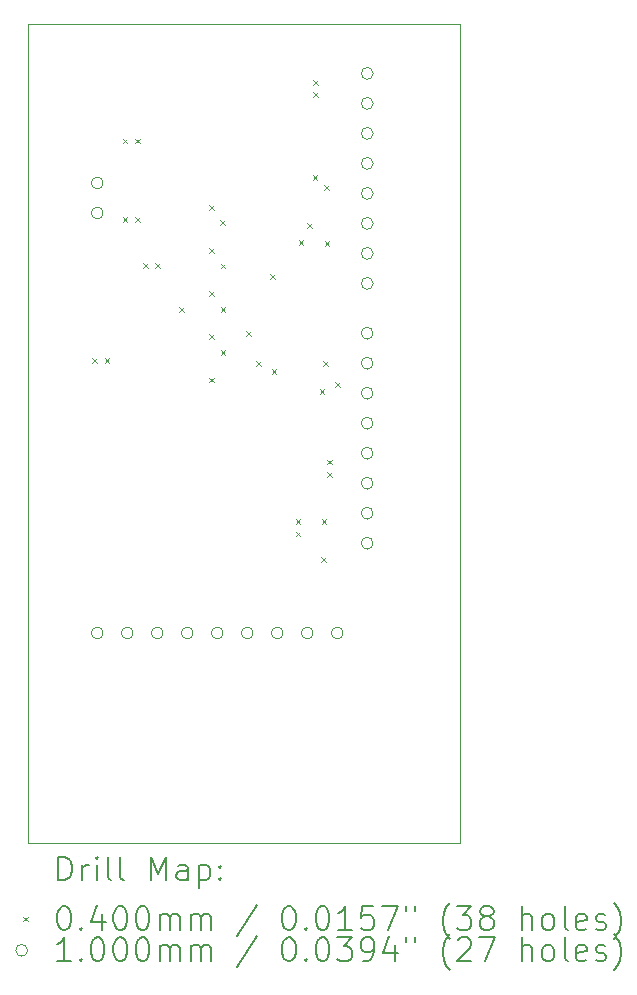
<source format=gbr>
%TF.GenerationSoftware,KiCad,Pcbnew,7.0.6-rc2-8-gf9e9ed53f9*%
%TF.CreationDate,2023-06-28T16:03:40-05:00*%
%TF.ProjectId,Tek P6860 Adapter v.2,54656b20-5036-4383-9630-204164617074,rev?*%
%TF.SameCoordinates,Original*%
%TF.FileFunction,Drillmap*%
%TF.FilePolarity,Positive*%
%FSLAX45Y45*%
G04 Gerber Fmt 4.5, Leading zero omitted, Abs format (unit mm)*
G04 Created by KiCad (PCBNEW 7.0.6-rc2-8-gf9e9ed53f9) date 2023-06-28 16:03:40*
%MOMM*%
%LPD*%
G01*
G04 APERTURE LIST*
%ADD10C,0.100000*%
%ADD11C,0.200000*%
%ADD12C,0.040000*%
G04 APERTURE END LIST*
D10*
X1524000Y-1524000D02*
X5181600Y-1524000D01*
X5181600Y-8458200D01*
X1524000Y-8458200D01*
X1524000Y-1524000D01*
D11*
D12*
X2066180Y-4353880D02*
X2106180Y-4393880D01*
X2106180Y-4353880D02*
X2066180Y-4393880D01*
X2171180Y-4353880D02*
X2211180Y-4393880D01*
X2211180Y-4353880D02*
X2171180Y-4393880D01*
X2322720Y-2494600D02*
X2362720Y-2534600D01*
X2362720Y-2494600D02*
X2322720Y-2534600D01*
X2322720Y-3157540D02*
X2362720Y-3197540D01*
X2362720Y-3157540D02*
X2322720Y-3197540D01*
X2427720Y-2494600D02*
X2467720Y-2534600D01*
X2467720Y-2494600D02*
X2427720Y-2534600D01*
X2427720Y-3157540D02*
X2467720Y-3197540D01*
X2467720Y-3157540D02*
X2427720Y-3197540D01*
X2495440Y-3548700D02*
X2535440Y-3588700D01*
X2535440Y-3548700D02*
X2495440Y-3588700D01*
X2600440Y-3548700D02*
X2640440Y-3588700D01*
X2640440Y-3548700D02*
X2600440Y-3588700D01*
X2804480Y-3920750D02*
X2844480Y-3960750D01*
X2844480Y-3920750D02*
X2804480Y-3960750D01*
X3055940Y-3055940D02*
X3095940Y-3095940D01*
X3095940Y-3055940D02*
X3055940Y-3095940D01*
X3055940Y-3421700D02*
X3095940Y-3461700D01*
X3095940Y-3421700D02*
X3055940Y-3461700D01*
X3055940Y-3787460D02*
X3095940Y-3827460D01*
X3095940Y-3787460D02*
X3055940Y-3827460D01*
X3055940Y-4153220D02*
X3095940Y-4193220D01*
X3095940Y-4153220D02*
X3055940Y-4193220D01*
X3055940Y-4518980D02*
X3095940Y-4558980D01*
X3095940Y-4518980D02*
X3055940Y-4558980D01*
X3149920Y-3188020D02*
X3189920Y-3228020D01*
X3189920Y-3188020D02*
X3149920Y-3228020D01*
X3152460Y-3553780D02*
X3192460Y-3593780D01*
X3192460Y-3553780D02*
X3152460Y-3593780D01*
X3152460Y-3919540D02*
X3192460Y-3959540D01*
X3192460Y-3919540D02*
X3152460Y-3959540D01*
X3152460Y-4285300D02*
X3192460Y-4325300D01*
X3192460Y-4285300D02*
X3152460Y-4325300D01*
X3370900Y-4124250D02*
X3410900Y-4164250D01*
X3410900Y-4124250D02*
X3370900Y-4164250D01*
X3454720Y-4376740D02*
X3494720Y-4416740D01*
X3494720Y-4376740D02*
X3454720Y-4416740D01*
X3574100Y-3642680D02*
X3614100Y-3682680D01*
X3614100Y-3642680D02*
X3574100Y-3682680D01*
X3584260Y-4447860D02*
X3624260Y-4487860D01*
X3624260Y-4447860D02*
X3584260Y-4487860D01*
X3787460Y-5715320D02*
X3827460Y-5755320D01*
X3827460Y-5715320D02*
X3787460Y-5755320D01*
X3787460Y-5822000D02*
X3827460Y-5862000D01*
X3827460Y-5822000D02*
X3787460Y-5862000D01*
X3812860Y-3355660D02*
X3852860Y-3395660D01*
X3852860Y-3355660D02*
X3812860Y-3395660D01*
X3883980Y-3209250D02*
X3923980Y-3249250D01*
X3923980Y-3209250D02*
X3883980Y-3249250D01*
X3932240Y-2804480D02*
X3972240Y-2844480D01*
X3972240Y-2804480D02*
X3932240Y-2844480D01*
X3937320Y-1997200D02*
X3977320Y-2037200D01*
X3977320Y-1997200D02*
X3937320Y-2037200D01*
X3937320Y-2102200D02*
X3977320Y-2142200D01*
X3977320Y-2102200D02*
X3937320Y-2142200D01*
X3991670Y-4612960D02*
X4031670Y-4652960D01*
X4031670Y-4612960D02*
X3991670Y-4652960D01*
X4003360Y-6037900D02*
X4043360Y-6077900D01*
X4043360Y-6037900D02*
X4003360Y-6077900D01*
X4008440Y-5715320D02*
X4048440Y-5755320D01*
X4048440Y-5715320D02*
X4008440Y-5755320D01*
X4018600Y-4376740D02*
X4058600Y-4416740D01*
X4058600Y-4376740D02*
X4018600Y-4416740D01*
X4028760Y-2885760D02*
X4068760Y-2925760D01*
X4068760Y-2885760D02*
X4028760Y-2925760D01*
X4033840Y-3360740D02*
X4073840Y-3400740D01*
X4073840Y-3360740D02*
X4033840Y-3400740D01*
X4056700Y-5213240D02*
X4096700Y-5253240D01*
X4096700Y-5213240D02*
X4056700Y-5253240D01*
X4056700Y-5318240D02*
X4096700Y-5358240D01*
X4096700Y-5318240D02*
X4056700Y-5358240D01*
X4122740Y-4557080D02*
X4162740Y-4597080D01*
X4162740Y-4557080D02*
X4122740Y-4597080D01*
D10*
X2158200Y-2870200D02*
G75*
G03*
X2158200Y-2870200I-50000J0D01*
G01*
X2158200Y-3124200D02*
G75*
G03*
X2158200Y-3124200I-50000J0D01*
G01*
X2158200Y-6680200D02*
G75*
G03*
X2158200Y-6680200I-50000J0D01*
G01*
X2412200Y-6680200D02*
G75*
G03*
X2412200Y-6680200I-50000J0D01*
G01*
X2666200Y-6680200D02*
G75*
G03*
X2666200Y-6680200I-50000J0D01*
G01*
X2920200Y-6680200D02*
G75*
G03*
X2920200Y-6680200I-50000J0D01*
G01*
X3174200Y-6680200D02*
G75*
G03*
X3174200Y-6680200I-50000J0D01*
G01*
X3428200Y-6680200D02*
G75*
G03*
X3428200Y-6680200I-50000J0D01*
G01*
X3682200Y-6680200D02*
G75*
G03*
X3682200Y-6680200I-50000J0D01*
G01*
X3936200Y-6680200D02*
G75*
G03*
X3936200Y-6680200I-50000J0D01*
G01*
X4190200Y-6680200D02*
G75*
G03*
X4190200Y-6680200I-50000J0D01*
G01*
X4444200Y-1942700D02*
G75*
G03*
X4444200Y-1942700I-50000J0D01*
G01*
X4444200Y-2196700D02*
G75*
G03*
X4444200Y-2196700I-50000J0D01*
G01*
X4444200Y-2450700D02*
G75*
G03*
X4444200Y-2450700I-50000J0D01*
G01*
X4444200Y-2704700D02*
G75*
G03*
X4444200Y-2704700I-50000J0D01*
G01*
X4444200Y-2958700D02*
G75*
G03*
X4444200Y-2958700I-50000J0D01*
G01*
X4444200Y-3212700D02*
G75*
G03*
X4444200Y-3212700I-50000J0D01*
G01*
X4444200Y-3466700D02*
G75*
G03*
X4444200Y-3466700I-50000J0D01*
G01*
X4444200Y-3720700D02*
G75*
G03*
X4444200Y-3720700I-50000J0D01*
G01*
X4444200Y-4142740D02*
G75*
G03*
X4444200Y-4142740I-50000J0D01*
G01*
X4444200Y-4396740D02*
G75*
G03*
X4444200Y-4396740I-50000J0D01*
G01*
X4444200Y-4650740D02*
G75*
G03*
X4444200Y-4650740I-50000J0D01*
G01*
X4444200Y-4904740D02*
G75*
G03*
X4444200Y-4904740I-50000J0D01*
G01*
X4444200Y-5158740D02*
G75*
G03*
X4444200Y-5158740I-50000J0D01*
G01*
X4444200Y-5412740D02*
G75*
G03*
X4444200Y-5412740I-50000J0D01*
G01*
X4444200Y-5666740D02*
G75*
G03*
X4444200Y-5666740I-50000J0D01*
G01*
X4444200Y-5920740D02*
G75*
G03*
X4444200Y-5920740I-50000J0D01*
G01*
D11*
X1779777Y-8774684D02*
X1779777Y-8574684D01*
X1779777Y-8574684D02*
X1827396Y-8574684D01*
X1827396Y-8574684D02*
X1855967Y-8584208D01*
X1855967Y-8584208D02*
X1875015Y-8603255D01*
X1875015Y-8603255D02*
X1884539Y-8622303D01*
X1884539Y-8622303D02*
X1894062Y-8660398D01*
X1894062Y-8660398D02*
X1894062Y-8688970D01*
X1894062Y-8688970D02*
X1884539Y-8727065D01*
X1884539Y-8727065D02*
X1875015Y-8746112D01*
X1875015Y-8746112D02*
X1855967Y-8765160D01*
X1855967Y-8765160D02*
X1827396Y-8774684D01*
X1827396Y-8774684D02*
X1779777Y-8774684D01*
X1979777Y-8774684D02*
X1979777Y-8641350D01*
X1979777Y-8679446D02*
X1989301Y-8660398D01*
X1989301Y-8660398D02*
X1998824Y-8650874D01*
X1998824Y-8650874D02*
X2017872Y-8641350D01*
X2017872Y-8641350D02*
X2036920Y-8641350D01*
X2103586Y-8774684D02*
X2103586Y-8641350D01*
X2103586Y-8574684D02*
X2094062Y-8584208D01*
X2094062Y-8584208D02*
X2103586Y-8593731D01*
X2103586Y-8593731D02*
X2113110Y-8584208D01*
X2113110Y-8584208D02*
X2103586Y-8574684D01*
X2103586Y-8574684D02*
X2103586Y-8593731D01*
X2227396Y-8774684D02*
X2208348Y-8765160D01*
X2208348Y-8765160D02*
X2198824Y-8746112D01*
X2198824Y-8746112D02*
X2198824Y-8574684D01*
X2332158Y-8774684D02*
X2313110Y-8765160D01*
X2313110Y-8765160D02*
X2303586Y-8746112D01*
X2303586Y-8746112D02*
X2303586Y-8574684D01*
X2560729Y-8774684D02*
X2560729Y-8574684D01*
X2560729Y-8574684D02*
X2627396Y-8717541D01*
X2627396Y-8717541D02*
X2694063Y-8574684D01*
X2694063Y-8574684D02*
X2694063Y-8774684D01*
X2875015Y-8774684D02*
X2875015Y-8669922D01*
X2875015Y-8669922D02*
X2865491Y-8650874D01*
X2865491Y-8650874D02*
X2846443Y-8641350D01*
X2846443Y-8641350D02*
X2808348Y-8641350D01*
X2808348Y-8641350D02*
X2789301Y-8650874D01*
X2875015Y-8765160D02*
X2855967Y-8774684D01*
X2855967Y-8774684D02*
X2808348Y-8774684D01*
X2808348Y-8774684D02*
X2789301Y-8765160D01*
X2789301Y-8765160D02*
X2779777Y-8746112D01*
X2779777Y-8746112D02*
X2779777Y-8727065D01*
X2779777Y-8727065D02*
X2789301Y-8708017D01*
X2789301Y-8708017D02*
X2808348Y-8698493D01*
X2808348Y-8698493D02*
X2855967Y-8698493D01*
X2855967Y-8698493D02*
X2875015Y-8688970D01*
X2970253Y-8641350D02*
X2970253Y-8841350D01*
X2970253Y-8650874D02*
X2989301Y-8641350D01*
X2989301Y-8641350D02*
X3027396Y-8641350D01*
X3027396Y-8641350D02*
X3046443Y-8650874D01*
X3046443Y-8650874D02*
X3055967Y-8660398D01*
X3055967Y-8660398D02*
X3065491Y-8679446D01*
X3065491Y-8679446D02*
X3065491Y-8736589D01*
X3065491Y-8736589D02*
X3055967Y-8755636D01*
X3055967Y-8755636D02*
X3046443Y-8765160D01*
X3046443Y-8765160D02*
X3027396Y-8774684D01*
X3027396Y-8774684D02*
X2989301Y-8774684D01*
X2989301Y-8774684D02*
X2970253Y-8765160D01*
X3151205Y-8755636D02*
X3160729Y-8765160D01*
X3160729Y-8765160D02*
X3151205Y-8774684D01*
X3151205Y-8774684D02*
X3141682Y-8765160D01*
X3141682Y-8765160D02*
X3151205Y-8755636D01*
X3151205Y-8755636D02*
X3151205Y-8774684D01*
X3151205Y-8650874D02*
X3160729Y-8660398D01*
X3160729Y-8660398D02*
X3151205Y-8669922D01*
X3151205Y-8669922D02*
X3141682Y-8660398D01*
X3141682Y-8660398D02*
X3151205Y-8650874D01*
X3151205Y-8650874D02*
X3151205Y-8669922D01*
D12*
X1479000Y-9083200D02*
X1519000Y-9123200D01*
X1519000Y-9083200D02*
X1479000Y-9123200D01*
D11*
X1817872Y-8994684D02*
X1836920Y-8994684D01*
X1836920Y-8994684D02*
X1855967Y-9004208D01*
X1855967Y-9004208D02*
X1865491Y-9013731D01*
X1865491Y-9013731D02*
X1875015Y-9032779D01*
X1875015Y-9032779D02*
X1884539Y-9070874D01*
X1884539Y-9070874D02*
X1884539Y-9118493D01*
X1884539Y-9118493D02*
X1875015Y-9156589D01*
X1875015Y-9156589D02*
X1865491Y-9175636D01*
X1865491Y-9175636D02*
X1855967Y-9185160D01*
X1855967Y-9185160D02*
X1836920Y-9194684D01*
X1836920Y-9194684D02*
X1817872Y-9194684D01*
X1817872Y-9194684D02*
X1798824Y-9185160D01*
X1798824Y-9185160D02*
X1789301Y-9175636D01*
X1789301Y-9175636D02*
X1779777Y-9156589D01*
X1779777Y-9156589D02*
X1770253Y-9118493D01*
X1770253Y-9118493D02*
X1770253Y-9070874D01*
X1770253Y-9070874D02*
X1779777Y-9032779D01*
X1779777Y-9032779D02*
X1789301Y-9013731D01*
X1789301Y-9013731D02*
X1798824Y-9004208D01*
X1798824Y-9004208D02*
X1817872Y-8994684D01*
X1970253Y-9175636D02*
X1979777Y-9185160D01*
X1979777Y-9185160D02*
X1970253Y-9194684D01*
X1970253Y-9194684D02*
X1960729Y-9185160D01*
X1960729Y-9185160D02*
X1970253Y-9175636D01*
X1970253Y-9175636D02*
X1970253Y-9194684D01*
X2151205Y-9061350D02*
X2151205Y-9194684D01*
X2103586Y-8985160D02*
X2055967Y-9128017D01*
X2055967Y-9128017D02*
X2179777Y-9128017D01*
X2294063Y-8994684D02*
X2313110Y-8994684D01*
X2313110Y-8994684D02*
X2332158Y-9004208D01*
X2332158Y-9004208D02*
X2341682Y-9013731D01*
X2341682Y-9013731D02*
X2351205Y-9032779D01*
X2351205Y-9032779D02*
X2360729Y-9070874D01*
X2360729Y-9070874D02*
X2360729Y-9118493D01*
X2360729Y-9118493D02*
X2351205Y-9156589D01*
X2351205Y-9156589D02*
X2341682Y-9175636D01*
X2341682Y-9175636D02*
X2332158Y-9185160D01*
X2332158Y-9185160D02*
X2313110Y-9194684D01*
X2313110Y-9194684D02*
X2294063Y-9194684D01*
X2294063Y-9194684D02*
X2275015Y-9185160D01*
X2275015Y-9185160D02*
X2265491Y-9175636D01*
X2265491Y-9175636D02*
X2255967Y-9156589D01*
X2255967Y-9156589D02*
X2246444Y-9118493D01*
X2246444Y-9118493D02*
X2246444Y-9070874D01*
X2246444Y-9070874D02*
X2255967Y-9032779D01*
X2255967Y-9032779D02*
X2265491Y-9013731D01*
X2265491Y-9013731D02*
X2275015Y-9004208D01*
X2275015Y-9004208D02*
X2294063Y-8994684D01*
X2484539Y-8994684D02*
X2503586Y-8994684D01*
X2503586Y-8994684D02*
X2522634Y-9004208D01*
X2522634Y-9004208D02*
X2532158Y-9013731D01*
X2532158Y-9013731D02*
X2541682Y-9032779D01*
X2541682Y-9032779D02*
X2551205Y-9070874D01*
X2551205Y-9070874D02*
X2551205Y-9118493D01*
X2551205Y-9118493D02*
X2541682Y-9156589D01*
X2541682Y-9156589D02*
X2532158Y-9175636D01*
X2532158Y-9175636D02*
X2522634Y-9185160D01*
X2522634Y-9185160D02*
X2503586Y-9194684D01*
X2503586Y-9194684D02*
X2484539Y-9194684D01*
X2484539Y-9194684D02*
X2465491Y-9185160D01*
X2465491Y-9185160D02*
X2455967Y-9175636D01*
X2455967Y-9175636D02*
X2446444Y-9156589D01*
X2446444Y-9156589D02*
X2436920Y-9118493D01*
X2436920Y-9118493D02*
X2436920Y-9070874D01*
X2436920Y-9070874D02*
X2446444Y-9032779D01*
X2446444Y-9032779D02*
X2455967Y-9013731D01*
X2455967Y-9013731D02*
X2465491Y-9004208D01*
X2465491Y-9004208D02*
X2484539Y-8994684D01*
X2636920Y-9194684D02*
X2636920Y-9061350D01*
X2636920Y-9080398D02*
X2646444Y-9070874D01*
X2646444Y-9070874D02*
X2665491Y-9061350D01*
X2665491Y-9061350D02*
X2694063Y-9061350D01*
X2694063Y-9061350D02*
X2713110Y-9070874D01*
X2713110Y-9070874D02*
X2722634Y-9089922D01*
X2722634Y-9089922D02*
X2722634Y-9194684D01*
X2722634Y-9089922D02*
X2732158Y-9070874D01*
X2732158Y-9070874D02*
X2751205Y-9061350D01*
X2751205Y-9061350D02*
X2779777Y-9061350D01*
X2779777Y-9061350D02*
X2798824Y-9070874D01*
X2798824Y-9070874D02*
X2808348Y-9089922D01*
X2808348Y-9089922D02*
X2808348Y-9194684D01*
X2903586Y-9194684D02*
X2903586Y-9061350D01*
X2903586Y-9080398D02*
X2913110Y-9070874D01*
X2913110Y-9070874D02*
X2932158Y-9061350D01*
X2932158Y-9061350D02*
X2960729Y-9061350D01*
X2960729Y-9061350D02*
X2979777Y-9070874D01*
X2979777Y-9070874D02*
X2989301Y-9089922D01*
X2989301Y-9089922D02*
X2989301Y-9194684D01*
X2989301Y-9089922D02*
X2998824Y-9070874D01*
X2998824Y-9070874D02*
X3017872Y-9061350D01*
X3017872Y-9061350D02*
X3046443Y-9061350D01*
X3046443Y-9061350D02*
X3065491Y-9070874D01*
X3065491Y-9070874D02*
X3075015Y-9089922D01*
X3075015Y-9089922D02*
X3075015Y-9194684D01*
X3465491Y-8985160D02*
X3294063Y-9242303D01*
X3722634Y-8994684D02*
X3741682Y-8994684D01*
X3741682Y-8994684D02*
X3760729Y-9004208D01*
X3760729Y-9004208D02*
X3770253Y-9013731D01*
X3770253Y-9013731D02*
X3779777Y-9032779D01*
X3779777Y-9032779D02*
X3789301Y-9070874D01*
X3789301Y-9070874D02*
X3789301Y-9118493D01*
X3789301Y-9118493D02*
X3779777Y-9156589D01*
X3779777Y-9156589D02*
X3770253Y-9175636D01*
X3770253Y-9175636D02*
X3760729Y-9185160D01*
X3760729Y-9185160D02*
X3741682Y-9194684D01*
X3741682Y-9194684D02*
X3722634Y-9194684D01*
X3722634Y-9194684D02*
X3703586Y-9185160D01*
X3703586Y-9185160D02*
X3694063Y-9175636D01*
X3694063Y-9175636D02*
X3684539Y-9156589D01*
X3684539Y-9156589D02*
X3675015Y-9118493D01*
X3675015Y-9118493D02*
X3675015Y-9070874D01*
X3675015Y-9070874D02*
X3684539Y-9032779D01*
X3684539Y-9032779D02*
X3694063Y-9013731D01*
X3694063Y-9013731D02*
X3703586Y-9004208D01*
X3703586Y-9004208D02*
X3722634Y-8994684D01*
X3875015Y-9175636D02*
X3884539Y-9185160D01*
X3884539Y-9185160D02*
X3875015Y-9194684D01*
X3875015Y-9194684D02*
X3865491Y-9185160D01*
X3865491Y-9185160D02*
X3875015Y-9175636D01*
X3875015Y-9175636D02*
X3875015Y-9194684D01*
X4008348Y-8994684D02*
X4027396Y-8994684D01*
X4027396Y-8994684D02*
X4046444Y-9004208D01*
X4046444Y-9004208D02*
X4055967Y-9013731D01*
X4055967Y-9013731D02*
X4065491Y-9032779D01*
X4065491Y-9032779D02*
X4075015Y-9070874D01*
X4075015Y-9070874D02*
X4075015Y-9118493D01*
X4075015Y-9118493D02*
X4065491Y-9156589D01*
X4065491Y-9156589D02*
X4055967Y-9175636D01*
X4055967Y-9175636D02*
X4046444Y-9185160D01*
X4046444Y-9185160D02*
X4027396Y-9194684D01*
X4027396Y-9194684D02*
X4008348Y-9194684D01*
X4008348Y-9194684D02*
X3989301Y-9185160D01*
X3989301Y-9185160D02*
X3979777Y-9175636D01*
X3979777Y-9175636D02*
X3970253Y-9156589D01*
X3970253Y-9156589D02*
X3960729Y-9118493D01*
X3960729Y-9118493D02*
X3960729Y-9070874D01*
X3960729Y-9070874D02*
X3970253Y-9032779D01*
X3970253Y-9032779D02*
X3979777Y-9013731D01*
X3979777Y-9013731D02*
X3989301Y-9004208D01*
X3989301Y-9004208D02*
X4008348Y-8994684D01*
X4265491Y-9194684D02*
X4151206Y-9194684D01*
X4208348Y-9194684D02*
X4208348Y-8994684D01*
X4208348Y-8994684D02*
X4189301Y-9023255D01*
X4189301Y-9023255D02*
X4170253Y-9042303D01*
X4170253Y-9042303D02*
X4151206Y-9051827D01*
X4446444Y-8994684D02*
X4351206Y-8994684D01*
X4351206Y-8994684D02*
X4341682Y-9089922D01*
X4341682Y-9089922D02*
X4351206Y-9080398D01*
X4351206Y-9080398D02*
X4370253Y-9070874D01*
X4370253Y-9070874D02*
X4417872Y-9070874D01*
X4417872Y-9070874D02*
X4436920Y-9080398D01*
X4436920Y-9080398D02*
X4446444Y-9089922D01*
X4446444Y-9089922D02*
X4455968Y-9108970D01*
X4455968Y-9108970D02*
X4455968Y-9156589D01*
X4455968Y-9156589D02*
X4446444Y-9175636D01*
X4446444Y-9175636D02*
X4436920Y-9185160D01*
X4436920Y-9185160D02*
X4417872Y-9194684D01*
X4417872Y-9194684D02*
X4370253Y-9194684D01*
X4370253Y-9194684D02*
X4351206Y-9185160D01*
X4351206Y-9185160D02*
X4341682Y-9175636D01*
X4522634Y-8994684D02*
X4655968Y-8994684D01*
X4655968Y-8994684D02*
X4570253Y-9194684D01*
X4722634Y-8994684D02*
X4722634Y-9032779D01*
X4798825Y-8994684D02*
X4798825Y-9032779D01*
X5094063Y-9270874D02*
X5084539Y-9261350D01*
X5084539Y-9261350D02*
X5065491Y-9232779D01*
X5065491Y-9232779D02*
X5055968Y-9213731D01*
X5055968Y-9213731D02*
X5046444Y-9185160D01*
X5046444Y-9185160D02*
X5036920Y-9137541D01*
X5036920Y-9137541D02*
X5036920Y-9099446D01*
X5036920Y-9099446D02*
X5046444Y-9051827D01*
X5046444Y-9051827D02*
X5055968Y-9023255D01*
X5055968Y-9023255D02*
X5065491Y-9004208D01*
X5065491Y-9004208D02*
X5084539Y-8975636D01*
X5084539Y-8975636D02*
X5094063Y-8966112D01*
X5151206Y-8994684D02*
X5275015Y-8994684D01*
X5275015Y-8994684D02*
X5208349Y-9070874D01*
X5208349Y-9070874D02*
X5236920Y-9070874D01*
X5236920Y-9070874D02*
X5255968Y-9080398D01*
X5255968Y-9080398D02*
X5265491Y-9089922D01*
X5265491Y-9089922D02*
X5275015Y-9108970D01*
X5275015Y-9108970D02*
X5275015Y-9156589D01*
X5275015Y-9156589D02*
X5265491Y-9175636D01*
X5265491Y-9175636D02*
X5255968Y-9185160D01*
X5255968Y-9185160D02*
X5236920Y-9194684D01*
X5236920Y-9194684D02*
X5179777Y-9194684D01*
X5179777Y-9194684D02*
X5160730Y-9185160D01*
X5160730Y-9185160D02*
X5151206Y-9175636D01*
X5389301Y-9080398D02*
X5370253Y-9070874D01*
X5370253Y-9070874D02*
X5360730Y-9061350D01*
X5360730Y-9061350D02*
X5351206Y-9042303D01*
X5351206Y-9042303D02*
X5351206Y-9032779D01*
X5351206Y-9032779D02*
X5360730Y-9013731D01*
X5360730Y-9013731D02*
X5370253Y-9004208D01*
X5370253Y-9004208D02*
X5389301Y-8994684D01*
X5389301Y-8994684D02*
X5427396Y-8994684D01*
X5427396Y-8994684D02*
X5446444Y-9004208D01*
X5446444Y-9004208D02*
X5455968Y-9013731D01*
X5455968Y-9013731D02*
X5465491Y-9032779D01*
X5465491Y-9032779D02*
X5465491Y-9042303D01*
X5465491Y-9042303D02*
X5455968Y-9061350D01*
X5455968Y-9061350D02*
X5446444Y-9070874D01*
X5446444Y-9070874D02*
X5427396Y-9080398D01*
X5427396Y-9080398D02*
X5389301Y-9080398D01*
X5389301Y-9080398D02*
X5370253Y-9089922D01*
X5370253Y-9089922D02*
X5360730Y-9099446D01*
X5360730Y-9099446D02*
X5351206Y-9118493D01*
X5351206Y-9118493D02*
X5351206Y-9156589D01*
X5351206Y-9156589D02*
X5360730Y-9175636D01*
X5360730Y-9175636D02*
X5370253Y-9185160D01*
X5370253Y-9185160D02*
X5389301Y-9194684D01*
X5389301Y-9194684D02*
X5427396Y-9194684D01*
X5427396Y-9194684D02*
X5446444Y-9185160D01*
X5446444Y-9185160D02*
X5455968Y-9175636D01*
X5455968Y-9175636D02*
X5465491Y-9156589D01*
X5465491Y-9156589D02*
X5465491Y-9118493D01*
X5465491Y-9118493D02*
X5455968Y-9099446D01*
X5455968Y-9099446D02*
X5446444Y-9089922D01*
X5446444Y-9089922D02*
X5427396Y-9080398D01*
X5703587Y-9194684D02*
X5703587Y-8994684D01*
X5789301Y-9194684D02*
X5789301Y-9089922D01*
X5789301Y-9089922D02*
X5779777Y-9070874D01*
X5779777Y-9070874D02*
X5760730Y-9061350D01*
X5760730Y-9061350D02*
X5732158Y-9061350D01*
X5732158Y-9061350D02*
X5713110Y-9070874D01*
X5713110Y-9070874D02*
X5703587Y-9080398D01*
X5913110Y-9194684D02*
X5894063Y-9185160D01*
X5894063Y-9185160D02*
X5884539Y-9175636D01*
X5884539Y-9175636D02*
X5875015Y-9156589D01*
X5875015Y-9156589D02*
X5875015Y-9099446D01*
X5875015Y-9099446D02*
X5884539Y-9080398D01*
X5884539Y-9080398D02*
X5894063Y-9070874D01*
X5894063Y-9070874D02*
X5913110Y-9061350D01*
X5913110Y-9061350D02*
X5941682Y-9061350D01*
X5941682Y-9061350D02*
X5960730Y-9070874D01*
X5960730Y-9070874D02*
X5970253Y-9080398D01*
X5970253Y-9080398D02*
X5979777Y-9099446D01*
X5979777Y-9099446D02*
X5979777Y-9156589D01*
X5979777Y-9156589D02*
X5970253Y-9175636D01*
X5970253Y-9175636D02*
X5960730Y-9185160D01*
X5960730Y-9185160D02*
X5941682Y-9194684D01*
X5941682Y-9194684D02*
X5913110Y-9194684D01*
X6094063Y-9194684D02*
X6075015Y-9185160D01*
X6075015Y-9185160D02*
X6065491Y-9166112D01*
X6065491Y-9166112D02*
X6065491Y-8994684D01*
X6246444Y-9185160D02*
X6227396Y-9194684D01*
X6227396Y-9194684D02*
X6189301Y-9194684D01*
X6189301Y-9194684D02*
X6170253Y-9185160D01*
X6170253Y-9185160D02*
X6160730Y-9166112D01*
X6160730Y-9166112D02*
X6160730Y-9089922D01*
X6160730Y-9089922D02*
X6170253Y-9070874D01*
X6170253Y-9070874D02*
X6189301Y-9061350D01*
X6189301Y-9061350D02*
X6227396Y-9061350D01*
X6227396Y-9061350D02*
X6246444Y-9070874D01*
X6246444Y-9070874D02*
X6255968Y-9089922D01*
X6255968Y-9089922D02*
X6255968Y-9108970D01*
X6255968Y-9108970D02*
X6160730Y-9128017D01*
X6332158Y-9185160D02*
X6351206Y-9194684D01*
X6351206Y-9194684D02*
X6389301Y-9194684D01*
X6389301Y-9194684D02*
X6408349Y-9185160D01*
X6408349Y-9185160D02*
X6417872Y-9166112D01*
X6417872Y-9166112D02*
X6417872Y-9156589D01*
X6417872Y-9156589D02*
X6408349Y-9137541D01*
X6408349Y-9137541D02*
X6389301Y-9128017D01*
X6389301Y-9128017D02*
X6360730Y-9128017D01*
X6360730Y-9128017D02*
X6341682Y-9118493D01*
X6341682Y-9118493D02*
X6332158Y-9099446D01*
X6332158Y-9099446D02*
X6332158Y-9089922D01*
X6332158Y-9089922D02*
X6341682Y-9070874D01*
X6341682Y-9070874D02*
X6360730Y-9061350D01*
X6360730Y-9061350D02*
X6389301Y-9061350D01*
X6389301Y-9061350D02*
X6408349Y-9070874D01*
X6484539Y-9270874D02*
X6494063Y-9261350D01*
X6494063Y-9261350D02*
X6513111Y-9232779D01*
X6513111Y-9232779D02*
X6522634Y-9213731D01*
X6522634Y-9213731D02*
X6532158Y-9185160D01*
X6532158Y-9185160D02*
X6541682Y-9137541D01*
X6541682Y-9137541D02*
X6541682Y-9099446D01*
X6541682Y-9099446D02*
X6532158Y-9051827D01*
X6532158Y-9051827D02*
X6522634Y-9023255D01*
X6522634Y-9023255D02*
X6513111Y-9004208D01*
X6513111Y-9004208D02*
X6494063Y-8975636D01*
X6494063Y-8975636D02*
X6484539Y-8966112D01*
D10*
X1519000Y-9367200D02*
G75*
G03*
X1519000Y-9367200I-50000J0D01*
G01*
D11*
X1884539Y-9458684D02*
X1770253Y-9458684D01*
X1827396Y-9458684D02*
X1827396Y-9258684D01*
X1827396Y-9258684D02*
X1808348Y-9287255D01*
X1808348Y-9287255D02*
X1789301Y-9306303D01*
X1789301Y-9306303D02*
X1770253Y-9315827D01*
X1970253Y-9439636D02*
X1979777Y-9449160D01*
X1979777Y-9449160D02*
X1970253Y-9458684D01*
X1970253Y-9458684D02*
X1960729Y-9449160D01*
X1960729Y-9449160D02*
X1970253Y-9439636D01*
X1970253Y-9439636D02*
X1970253Y-9458684D01*
X2103586Y-9258684D02*
X2122634Y-9258684D01*
X2122634Y-9258684D02*
X2141682Y-9268208D01*
X2141682Y-9268208D02*
X2151205Y-9277731D01*
X2151205Y-9277731D02*
X2160729Y-9296779D01*
X2160729Y-9296779D02*
X2170253Y-9334874D01*
X2170253Y-9334874D02*
X2170253Y-9382493D01*
X2170253Y-9382493D02*
X2160729Y-9420589D01*
X2160729Y-9420589D02*
X2151205Y-9439636D01*
X2151205Y-9439636D02*
X2141682Y-9449160D01*
X2141682Y-9449160D02*
X2122634Y-9458684D01*
X2122634Y-9458684D02*
X2103586Y-9458684D01*
X2103586Y-9458684D02*
X2084539Y-9449160D01*
X2084539Y-9449160D02*
X2075015Y-9439636D01*
X2075015Y-9439636D02*
X2065491Y-9420589D01*
X2065491Y-9420589D02*
X2055967Y-9382493D01*
X2055967Y-9382493D02*
X2055967Y-9334874D01*
X2055967Y-9334874D02*
X2065491Y-9296779D01*
X2065491Y-9296779D02*
X2075015Y-9277731D01*
X2075015Y-9277731D02*
X2084539Y-9268208D01*
X2084539Y-9268208D02*
X2103586Y-9258684D01*
X2294063Y-9258684D02*
X2313110Y-9258684D01*
X2313110Y-9258684D02*
X2332158Y-9268208D01*
X2332158Y-9268208D02*
X2341682Y-9277731D01*
X2341682Y-9277731D02*
X2351205Y-9296779D01*
X2351205Y-9296779D02*
X2360729Y-9334874D01*
X2360729Y-9334874D02*
X2360729Y-9382493D01*
X2360729Y-9382493D02*
X2351205Y-9420589D01*
X2351205Y-9420589D02*
X2341682Y-9439636D01*
X2341682Y-9439636D02*
X2332158Y-9449160D01*
X2332158Y-9449160D02*
X2313110Y-9458684D01*
X2313110Y-9458684D02*
X2294063Y-9458684D01*
X2294063Y-9458684D02*
X2275015Y-9449160D01*
X2275015Y-9449160D02*
X2265491Y-9439636D01*
X2265491Y-9439636D02*
X2255967Y-9420589D01*
X2255967Y-9420589D02*
X2246444Y-9382493D01*
X2246444Y-9382493D02*
X2246444Y-9334874D01*
X2246444Y-9334874D02*
X2255967Y-9296779D01*
X2255967Y-9296779D02*
X2265491Y-9277731D01*
X2265491Y-9277731D02*
X2275015Y-9268208D01*
X2275015Y-9268208D02*
X2294063Y-9258684D01*
X2484539Y-9258684D02*
X2503586Y-9258684D01*
X2503586Y-9258684D02*
X2522634Y-9268208D01*
X2522634Y-9268208D02*
X2532158Y-9277731D01*
X2532158Y-9277731D02*
X2541682Y-9296779D01*
X2541682Y-9296779D02*
X2551205Y-9334874D01*
X2551205Y-9334874D02*
X2551205Y-9382493D01*
X2551205Y-9382493D02*
X2541682Y-9420589D01*
X2541682Y-9420589D02*
X2532158Y-9439636D01*
X2532158Y-9439636D02*
X2522634Y-9449160D01*
X2522634Y-9449160D02*
X2503586Y-9458684D01*
X2503586Y-9458684D02*
X2484539Y-9458684D01*
X2484539Y-9458684D02*
X2465491Y-9449160D01*
X2465491Y-9449160D02*
X2455967Y-9439636D01*
X2455967Y-9439636D02*
X2446444Y-9420589D01*
X2446444Y-9420589D02*
X2436920Y-9382493D01*
X2436920Y-9382493D02*
X2436920Y-9334874D01*
X2436920Y-9334874D02*
X2446444Y-9296779D01*
X2446444Y-9296779D02*
X2455967Y-9277731D01*
X2455967Y-9277731D02*
X2465491Y-9268208D01*
X2465491Y-9268208D02*
X2484539Y-9258684D01*
X2636920Y-9458684D02*
X2636920Y-9325350D01*
X2636920Y-9344398D02*
X2646444Y-9334874D01*
X2646444Y-9334874D02*
X2665491Y-9325350D01*
X2665491Y-9325350D02*
X2694063Y-9325350D01*
X2694063Y-9325350D02*
X2713110Y-9334874D01*
X2713110Y-9334874D02*
X2722634Y-9353922D01*
X2722634Y-9353922D02*
X2722634Y-9458684D01*
X2722634Y-9353922D02*
X2732158Y-9334874D01*
X2732158Y-9334874D02*
X2751205Y-9325350D01*
X2751205Y-9325350D02*
X2779777Y-9325350D01*
X2779777Y-9325350D02*
X2798824Y-9334874D01*
X2798824Y-9334874D02*
X2808348Y-9353922D01*
X2808348Y-9353922D02*
X2808348Y-9458684D01*
X2903586Y-9458684D02*
X2903586Y-9325350D01*
X2903586Y-9344398D02*
X2913110Y-9334874D01*
X2913110Y-9334874D02*
X2932158Y-9325350D01*
X2932158Y-9325350D02*
X2960729Y-9325350D01*
X2960729Y-9325350D02*
X2979777Y-9334874D01*
X2979777Y-9334874D02*
X2989301Y-9353922D01*
X2989301Y-9353922D02*
X2989301Y-9458684D01*
X2989301Y-9353922D02*
X2998824Y-9334874D01*
X2998824Y-9334874D02*
X3017872Y-9325350D01*
X3017872Y-9325350D02*
X3046443Y-9325350D01*
X3046443Y-9325350D02*
X3065491Y-9334874D01*
X3065491Y-9334874D02*
X3075015Y-9353922D01*
X3075015Y-9353922D02*
X3075015Y-9458684D01*
X3465491Y-9249160D02*
X3294063Y-9506303D01*
X3722634Y-9258684D02*
X3741682Y-9258684D01*
X3741682Y-9258684D02*
X3760729Y-9268208D01*
X3760729Y-9268208D02*
X3770253Y-9277731D01*
X3770253Y-9277731D02*
X3779777Y-9296779D01*
X3779777Y-9296779D02*
X3789301Y-9334874D01*
X3789301Y-9334874D02*
X3789301Y-9382493D01*
X3789301Y-9382493D02*
X3779777Y-9420589D01*
X3779777Y-9420589D02*
X3770253Y-9439636D01*
X3770253Y-9439636D02*
X3760729Y-9449160D01*
X3760729Y-9449160D02*
X3741682Y-9458684D01*
X3741682Y-9458684D02*
X3722634Y-9458684D01*
X3722634Y-9458684D02*
X3703586Y-9449160D01*
X3703586Y-9449160D02*
X3694063Y-9439636D01*
X3694063Y-9439636D02*
X3684539Y-9420589D01*
X3684539Y-9420589D02*
X3675015Y-9382493D01*
X3675015Y-9382493D02*
X3675015Y-9334874D01*
X3675015Y-9334874D02*
X3684539Y-9296779D01*
X3684539Y-9296779D02*
X3694063Y-9277731D01*
X3694063Y-9277731D02*
X3703586Y-9268208D01*
X3703586Y-9268208D02*
X3722634Y-9258684D01*
X3875015Y-9439636D02*
X3884539Y-9449160D01*
X3884539Y-9449160D02*
X3875015Y-9458684D01*
X3875015Y-9458684D02*
X3865491Y-9449160D01*
X3865491Y-9449160D02*
X3875015Y-9439636D01*
X3875015Y-9439636D02*
X3875015Y-9458684D01*
X4008348Y-9258684D02*
X4027396Y-9258684D01*
X4027396Y-9258684D02*
X4046444Y-9268208D01*
X4046444Y-9268208D02*
X4055967Y-9277731D01*
X4055967Y-9277731D02*
X4065491Y-9296779D01*
X4065491Y-9296779D02*
X4075015Y-9334874D01*
X4075015Y-9334874D02*
X4075015Y-9382493D01*
X4075015Y-9382493D02*
X4065491Y-9420589D01*
X4065491Y-9420589D02*
X4055967Y-9439636D01*
X4055967Y-9439636D02*
X4046444Y-9449160D01*
X4046444Y-9449160D02*
X4027396Y-9458684D01*
X4027396Y-9458684D02*
X4008348Y-9458684D01*
X4008348Y-9458684D02*
X3989301Y-9449160D01*
X3989301Y-9449160D02*
X3979777Y-9439636D01*
X3979777Y-9439636D02*
X3970253Y-9420589D01*
X3970253Y-9420589D02*
X3960729Y-9382493D01*
X3960729Y-9382493D02*
X3960729Y-9334874D01*
X3960729Y-9334874D02*
X3970253Y-9296779D01*
X3970253Y-9296779D02*
X3979777Y-9277731D01*
X3979777Y-9277731D02*
X3989301Y-9268208D01*
X3989301Y-9268208D02*
X4008348Y-9258684D01*
X4141682Y-9258684D02*
X4265491Y-9258684D01*
X4265491Y-9258684D02*
X4198825Y-9334874D01*
X4198825Y-9334874D02*
X4227396Y-9334874D01*
X4227396Y-9334874D02*
X4246444Y-9344398D01*
X4246444Y-9344398D02*
X4255968Y-9353922D01*
X4255968Y-9353922D02*
X4265491Y-9372970D01*
X4265491Y-9372970D02*
X4265491Y-9420589D01*
X4265491Y-9420589D02*
X4255968Y-9439636D01*
X4255968Y-9439636D02*
X4246444Y-9449160D01*
X4246444Y-9449160D02*
X4227396Y-9458684D01*
X4227396Y-9458684D02*
X4170253Y-9458684D01*
X4170253Y-9458684D02*
X4151206Y-9449160D01*
X4151206Y-9449160D02*
X4141682Y-9439636D01*
X4360729Y-9458684D02*
X4398825Y-9458684D01*
X4398825Y-9458684D02*
X4417872Y-9449160D01*
X4417872Y-9449160D02*
X4427396Y-9439636D01*
X4427396Y-9439636D02*
X4446444Y-9411065D01*
X4446444Y-9411065D02*
X4455968Y-9372970D01*
X4455968Y-9372970D02*
X4455968Y-9296779D01*
X4455968Y-9296779D02*
X4446444Y-9277731D01*
X4446444Y-9277731D02*
X4436920Y-9268208D01*
X4436920Y-9268208D02*
X4417872Y-9258684D01*
X4417872Y-9258684D02*
X4379777Y-9258684D01*
X4379777Y-9258684D02*
X4360729Y-9268208D01*
X4360729Y-9268208D02*
X4351206Y-9277731D01*
X4351206Y-9277731D02*
X4341682Y-9296779D01*
X4341682Y-9296779D02*
X4341682Y-9344398D01*
X4341682Y-9344398D02*
X4351206Y-9363446D01*
X4351206Y-9363446D02*
X4360729Y-9372970D01*
X4360729Y-9372970D02*
X4379777Y-9382493D01*
X4379777Y-9382493D02*
X4417872Y-9382493D01*
X4417872Y-9382493D02*
X4436920Y-9372970D01*
X4436920Y-9372970D02*
X4446444Y-9363446D01*
X4446444Y-9363446D02*
X4455968Y-9344398D01*
X4627396Y-9325350D02*
X4627396Y-9458684D01*
X4579777Y-9249160D02*
X4532158Y-9392017D01*
X4532158Y-9392017D02*
X4655968Y-9392017D01*
X4722634Y-9258684D02*
X4722634Y-9296779D01*
X4798825Y-9258684D02*
X4798825Y-9296779D01*
X5094063Y-9534874D02*
X5084539Y-9525350D01*
X5084539Y-9525350D02*
X5065491Y-9496779D01*
X5065491Y-9496779D02*
X5055968Y-9477731D01*
X5055968Y-9477731D02*
X5046444Y-9449160D01*
X5046444Y-9449160D02*
X5036920Y-9401541D01*
X5036920Y-9401541D02*
X5036920Y-9363446D01*
X5036920Y-9363446D02*
X5046444Y-9315827D01*
X5046444Y-9315827D02*
X5055968Y-9287255D01*
X5055968Y-9287255D02*
X5065491Y-9268208D01*
X5065491Y-9268208D02*
X5084539Y-9239636D01*
X5084539Y-9239636D02*
X5094063Y-9230112D01*
X5160730Y-9277731D02*
X5170253Y-9268208D01*
X5170253Y-9268208D02*
X5189301Y-9258684D01*
X5189301Y-9258684D02*
X5236920Y-9258684D01*
X5236920Y-9258684D02*
X5255968Y-9268208D01*
X5255968Y-9268208D02*
X5265491Y-9277731D01*
X5265491Y-9277731D02*
X5275015Y-9296779D01*
X5275015Y-9296779D02*
X5275015Y-9315827D01*
X5275015Y-9315827D02*
X5265491Y-9344398D01*
X5265491Y-9344398D02*
X5151206Y-9458684D01*
X5151206Y-9458684D02*
X5275015Y-9458684D01*
X5341682Y-9258684D02*
X5475015Y-9258684D01*
X5475015Y-9258684D02*
X5389301Y-9458684D01*
X5703587Y-9458684D02*
X5703587Y-9258684D01*
X5789301Y-9458684D02*
X5789301Y-9353922D01*
X5789301Y-9353922D02*
X5779777Y-9334874D01*
X5779777Y-9334874D02*
X5760730Y-9325350D01*
X5760730Y-9325350D02*
X5732158Y-9325350D01*
X5732158Y-9325350D02*
X5713110Y-9334874D01*
X5713110Y-9334874D02*
X5703587Y-9344398D01*
X5913110Y-9458684D02*
X5894063Y-9449160D01*
X5894063Y-9449160D02*
X5884539Y-9439636D01*
X5884539Y-9439636D02*
X5875015Y-9420589D01*
X5875015Y-9420589D02*
X5875015Y-9363446D01*
X5875015Y-9363446D02*
X5884539Y-9344398D01*
X5884539Y-9344398D02*
X5894063Y-9334874D01*
X5894063Y-9334874D02*
X5913110Y-9325350D01*
X5913110Y-9325350D02*
X5941682Y-9325350D01*
X5941682Y-9325350D02*
X5960730Y-9334874D01*
X5960730Y-9334874D02*
X5970253Y-9344398D01*
X5970253Y-9344398D02*
X5979777Y-9363446D01*
X5979777Y-9363446D02*
X5979777Y-9420589D01*
X5979777Y-9420589D02*
X5970253Y-9439636D01*
X5970253Y-9439636D02*
X5960730Y-9449160D01*
X5960730Y-9449160D02*
X5941682Y-9458684D01*
X5941682Y-9458684D02*
X5913110Y-9458684D01*
X6094063Y-9458684D02*
X6075015Y-9449160D01*
X6075015Y-9449160D02*
X6065491Y-9430112D01*
X6065491Y-9430112D02*
X6065491Y-9258684D01*
X6246444Y-9449160D02*
X6227396Y-9458684D01*
X6227396Y-9458684D02*
X6189301Y-9458684D01*
X6189301Y-9458684D02*
X6170253Y-9449160D01*
X6170253Y-9449160D02*
X6160730Y-9430112D01*
X6160730Y-9430112D02*
X6160730Y-9353922D01*
X6160730Y-9353922D02*
X6170253Y-9334874D01*
X6170253Y-9334874D02*
X6189301Y-9325350D01*
X6189301Y-9325350D02*
X6227396Y-9325350D01*
X6227396Y-9325350D02*
X6246444Y-9334874D01*
X6246444Y-9334874D02*
X6255968Y-9353922D01*
X6255968Y-9353922D02*
X6255968Y-9372970D01*
X6255968Y-9372970D02*
X6160730Y-9392017D01*
X6332158Y-9449160D02*
X6351206Y-9458684D01*
X6351206Y-9458684D02*
X6389301Y-9458684D01*
X6389301Y-9458684D02*
X6408349Y-9449160D01*
X6408349Y-9449160D02*
X6417872Y-9430112D01*
X6417872Y-9430112D02*
X6417872Y-9420589D01*
X6417872Y-9420589D02*
X6408349Y-9401541D01*
X6408349Y-9401541D02*
X6389301Y-9392017D01*
X6389301Y-9392017D02*
X6360730Y-9392017D01*
X6360730Y-9392017D02*
X6341682Y-9382493D01*
X6341682Y-9382493D02*
X6332158Y-9363446D01*
X6332158Y-9363446D02*
X6332158Y-9353922D01*
X6332158Y-9353922D02*
X6341682Y-9334874D01*
X6341682Y-9334874D02*
X6360730Y-9325350D01*
X6360730Y-9325350D02*
X6389301Y-9325350D01*
X6389301Y-9325350D02*
X6408349Y-9334874D01*
X6484539Y-9534874D02*
X6494063Y-9525350D01*
X6494063Y-9525350D02*
X6513111Y-9496779D01*
X6513111Y-9496779D02*
X6522634Y-9477731D01*
X6522634Y-9477731D02*
X6532158Y-9449160D01*
X6532158Y-9449160D02*
X6541682Y-9401541D01*
X6541682Y-9401541D02*
X6541682Y-9363446D01*
X6541682Y-9363446D02*
X6532158Y-9315827D01*
X6532158Y-9315827D02*
X6522634Y-9287255D01*
X6522634Y-9287255D02*
X6513111Y-9268208D01*
X6513111Y-9268208D02*
X6494063Y-9239636D01*
X6494063Y-9239636D02*
X6484539Y-9230112D01*
M02*

</source>
